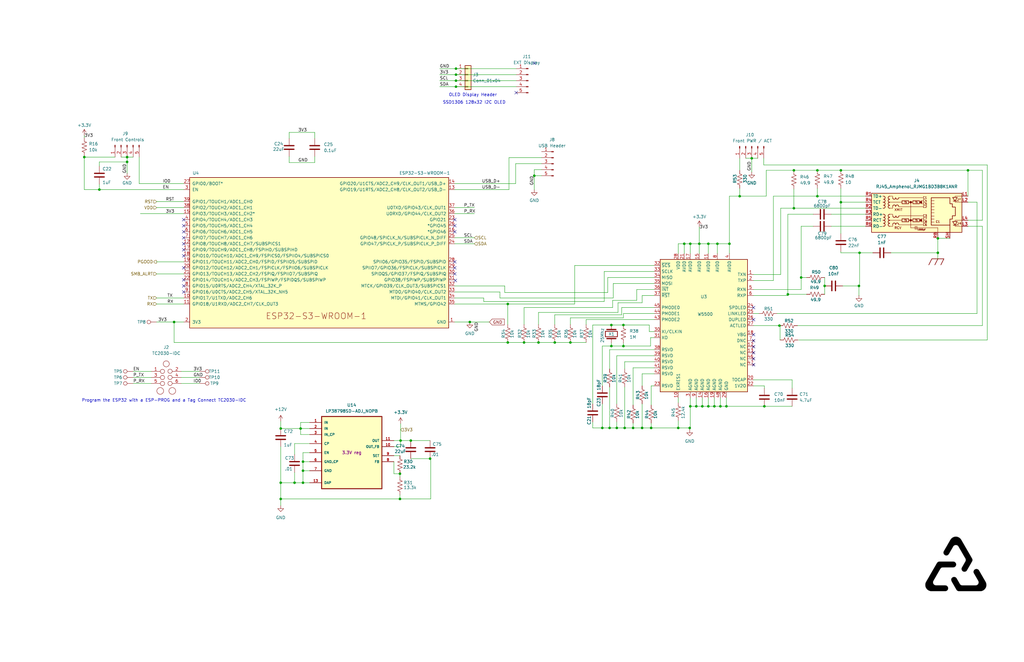
<source format=kicad_sch>
(kicad_sch (version 20250114) (generator "eeschema") (generator_version "9.0")
  (paper "B")
  (title_block (title "bitaxeGamma 605 Kit") (date "2025-12-20") (rev "605 A01") (company "Oconical") (comment 1 "12VDC  input. Larger Parts For Eductional Soldering Kit ") (comment 2 "Uses Socket 115x CPU Heat Sink") (comment 3 "Added external 5V regulator for better dissipatioin of U2") (comment 4 "Added 5V regulator to logic circuit ") (comment 5 "12V fan. Enhanced power filtering."))
  (text "Program the ESP32 with a ESP-PROG and a Tag Connect TC2030-IDC" (at 34.417 169.799 0) (effects (font (size 1.27 1.27)) (justify left bottom)))
  (text "SSD1306 128x32 I2C OLED" (at 186.69 44.069 0) (effects (font (size 1.27 1.27)) (justify left bottom)))
  (text "OLED Display Header" (at 189.23 40.894 0) (effects (font (size 1.27 1.27)) (justify left bottom)))
  (junction (at 291.084 102.87))
  (junction (at 307.594 102.87))
  (junction (at 192.278 31.496))
  (junction (at 266.954 180.594))
  (junction (at 347.726 120.65))
  (junction (at 290.83 180.594))
  (junction (at 362.458 106.68))
  (junction (at 173.228 185.928))
  (junction (at 334.772 87.884))
  (junction (at 354.584 71.882))
  (junction (at 311.912 82.804))
  (junction (at 127.762 203.708))
  (junction (at 227.076 144.526))
  (junction (at 328.676 137.414))
  (junction (at 198.12 135.89))
  (junction (at 168.656 199.898))
  (junction (at 192.278 36.576))
  (junction (at 301.244 171.45))
  (junction (at 293.624 171.45))
  (junction (at 41.91 80.01))
  (junction (at 233.934 144.526))
  (junction (at 302.514 102.87))
  (junction (at 257.048 180.594))
  (junction (at 214.122 144.526))
  (junction (at 303.784 171.45))
  (junction (at 214.122 128.27))
  (junction (at 225.298 74.168))
  (junction (at 306.324 171.45))
  (junction (at 254 180.594))
  (junction (at 263.398 180.594))
  (junction (at 220.98 144.526))
  (junction (at 118.364 203.708))
  (junction (at 334.772 71.882))
  (junction (at 53.594 68.326))
  (junction (at 291.084 171.45))
  (junction (at 395.478 100.584))
  (junction (at 257.81 137.16))
  (junction (at 408.178 71.882))
  (junction (at 240.538 144.526))
  (junction (at 127.762 198.628))
  (junction (at 298.704 171.45))
  (junction (at 118.364 180.848))
  (junction (at 294.894 102.87))
  (junction (at 337.82 117.094))
  (junction (at 168.656 210.566))
  (junction (at 127.762 194.818))
  (junction (at 288.544 102.87))
  (junction (at 181.356 193.548))
  (junction (at 126.746 180.848))
  (junction (at 53.594 66.294))
  (junction (at 298.704 102.87))
  (junction (at 257.81 146.05))
  (junction (at 73.406 135.89))
  (junction (at 286.004 180.594))
  (junction (at 118.364 210.566))
  (junction (at 168.91 185.928))
  (junction (at 270.764 180.594))
  (junction (at 332.232 124.206))
  (junction (at 354.584 85.344))
  (junction (at 344.678 71.882))
  (junction (at 192.278 34.036))
  (junction (at 316.992 66.802))
  (junction (at 296.164 171.45))
  (junction (at 124.206 203.708))
  (junction (at 35.56 66.294))
  (junction (at 262.89 137.16))
  (junction (at 362.204 120.65))
  (junction (at 260.096 180.594))
  (junction (at 395.478 106.68))
  (junction (at 262.89 146.05))
  (junction (at 274.574 180.594))
  (junction (at 192.278 28.956))
  (junction (at 344.678 82.804))
  (junction (at 322.326 171.45))
  (no_connect (at 317.754 148.844))
  (no_connect (at 77.47 95.25))
  (no_connect (at 77.47 107.95))
  (no_connect (at 191.77 110.49))
  (no_connect (at 77.47 100.33))
  (no_connect (at 317.754 141.224))
  (no_connect (at 317.754 134.874))
  (no_connect (at 191.77 97.79))
  (no_connect (at 217.678 39.116))
  (no_connect (at 191.77 95.25))
  (no_connect (at 77.47 113.03))
  (no_connect (at 77.47 97.79))
  (no_connect (at 77.47 120.65))
  (no_connect (at 77.47 105.41))
  (no_connect (at 191.77 115.57))
  (no_connect (at 317.754 151.384))
  (no_connect (at 77.47 123.19))
  (no_connect (at 77.47 102.87))
  (no_connect (at 77.47 92.71))
  (no_connect (at 317.754 153.924))
  (no_connect (at 317.754 143.764))
  (no_connect (at 225.298 26.67))
  (no_connect (at 317.754 146.304))
  (no_connect (at 191.77 113.03))
  (no_connect (at 317.754 129.794))
  (no_connect (at 191.77 92.71))
  (no_connect (at 77.47 118.11))
  (no_connect (at 192.024 118.364))
  (wire (pts (xy 362.458 106.68) (xy 368.046 106.68)))
  (wire (pts (xy 181.356 193.548) (xy 181.61 193.548)))
  (wire (pts (xy 290.83 180.594) (xy 291.084 180.594)))
  (wire (pts (xy 354.584 79.502) (xy 354.584 85.344)))
  (wire (pts (xy 274.574 178.562) (xy 274.574 180.594)))
  (wire (pts (xy 326.136 82.804) (xy 344.678 82.804)))
  (wire (pts (xy 256.286 123.444) (xy 212.852 123.444)))
  (wire (pts (xy 121.92 55.88) (xy 121.92 58.42)))
  (wire (pts (xy 168.91 185.928) (xy 173.228 185.928)))
  (wire (pts (xy 408.178 82.804) (xy 408.178 71.882)))
  (wire (pts (xy 35.56 57.15) (xy 35.56 58.166)))
  (wire (pts (xy 294.894 106.934) (xy 294.894 102.87)))
  (wire (pts (xy 191.77 128.27) (xy 214.122 128.27)))
  (wire (pts (xy 291.084 171.45) (xy 293.624 171.45)))
  (wire (pts (xy 291.084 102.87) (xy 294.894 102.87)))
  (wire (pts (xy 301.244 171.45) (xy 303.784 171.45)))
  (wire (pts (xy 337.82 95.504) (xy 342.9 95.504)))
  (wire (pts (xy 225.298 74.168) (xy 225.298 80.01)))
  (wire (pts (xy 268.478 126.746) (xy 258.318 126.746)))
  (wire (pts (xy 263.398 152.654) (xy 275.844 152.654)))
  (wire (pts (xy 118.364 188.468) (xy 118.364 203.708)))
  (wire (pts (xy 270.764 162.814) (xy 270.764 157.734)))
  (wire (pts (xy 76.454 159.258) (xy 84.074 159.258)))
  (wire (pts (xy 53.594 66.294) (xy 53.594 68.326)))
  (wire (pts (xy 260.096 150.114) (xy 275.844 150.114)))
  (wire (pts (xy 263.398 180.594) (xy 266.954 180.594)))
  (wire (pts (xy 256.286 117.094) (xy 275.844 117.094)))
  (wire (pts (xy 274.574 180.594) (xy 286.004 180.594)))
  (wire (pts (xy 294.894 102.87) (xy 298.704 102.87)))
  (wire (pts (xy 66.04 110.49) (xy 77.47 110.49)))
  (wire (pts (xy 132.715 68.58) (xy 121.92 68.58)))
  (wire (pts (xy 350.52 90.424) (xy 364.998 90.424)))
  (wire (pts (xy 51.054 66.294) (xy 53.594 66.294)))
  (wire (pts (xy 254 180.594) (xy 257.048 180.594)))
  (wire (pts (xy 311.912 82.804) (xy 311.912 79.502)))
  (wire (pts (xy 257.048 163.322) (xy 257.048 180.594)))
  (wire (pts (xy 323.088 71.882) (xy 323.088 82.804)))
  (wire (pts (xy 254 146.05) (xy 257.81 146.05)))
  (wire (pts (xy 258.572 119.634) (xy 258.572 125.73)))
  (wire (pts (xy 362.458 106.68) (xy 354.584 106.68)))
  (wire (pts (xy 329.184 115.824) (xy 329.184 87.884)))
  (wire (pts (xy 257.048 180.594) (xy 260.096 180.594)))
  (wire (pts (xy 76.454 156.718) (xy 84.074 156.718)))
  (wire (pts (xy 73.406 135.89) (xy 77.47 135.89)))
  (wire (pts (xy 337.82 122.174) (xy 317.754 122.174)))
  (wire (pts (xy 166.116 194.818) (xy 166.116 199.898)))
  (wire (pts (xy 192.278 31.496) (xy 217.678 31.496)))
  (wire (pts (xy 77.47 125.73) (xy 66.04 125.73)))
  (wire (pts (xy 73.406 144.526) (xy 214.122 144.526)))
  (wire (pts (xy 132.715 66.04) (xy 132.715 68.58)))
  (wire (pts (xy 270.764 124.714) (xy 275.844 124.714)))
  (wire (pts (xy 263.398 163.322) (xy 263.398 180.594)))
  (wire (pts (xy 262.128 132.842) (xy 233.934 132.842)))
  (wire (pts (xy 266.954 180.594) (xy 270.764 180.594)))
  (wire (pts (xy 130.556 203.708) (xy 127.762 203.708)))
  (wire (pts (xy 166.116 199.898) (xy 168.656 199.898)))
  (wire (pts (xy 260.604 131.826) (xy 227.076 131.826)))
  (wire (pts (xy 254 170.434) (xy 254 180.594)))
  (wire (pts (xy 414.274 95.504) (xy 414.274 137.414)))
  (wire (pts (xy 270.764 170.434) (xy 270.764 180.594)))
  (wire (pts (xy 242.316 128.27) (xy 242.316 112.014)))
  (wire (pts (xy 77.47 85.09) (xy 66.04 85.09)))
  (wire (pts (xy 408.178 85.344) (xy 411.988 85.344)))
  (wire (pts (xy 296.164 171.45) (xy 293.624 171.45)))
  (wire (pts (xy 214.63 66.548) (xy 214.63 80.01)))
  (wire (pts (xy 263.398 155.702) (xy 263.398 152.654)))
  (wire (pts (xy 416.306 143.51) (xy 416.306 69.596)))
  (wire (pts (xy 257.81 146.05) (xy 257.81 144.78)))
  (wire (pts (xy 249.936 137.16) (xy 257.81 137.16)))
  (wire (pts (xy 254.762 127.254) (xy 254.762 114.554)))
  (wire (pts (xy 288.544 102.87) (xy 291.084 102.87)))
  (wire (pts (xy 240.538 134.112) (xy 240.538 136.906)))
  (wire (pts (xy 306.324 171.45) (xy 303.784 171.45)))
  (wire (pts (xy 249.936 178.054) (xy 249.936 180.594)))
  (wire (pts (xy 334.772 79.756) (xy 334.772 87.884)))
  (wire (pts (xy 198.12 135.89) (xy 206.375 135.89)))
  (wire (pts (xy 293.624 167.894) (xy 293.624 171.45)))
  (wire (pts (xy 214.122 144.526) (xy 220.98 144.526)))
  (wire (pts (xy 257.048 147.574) (xy 257.048 155.702)))
  (wire (pts (xy 53.594 68.326) (xy 41.91 68.326)))
  (wire (pts (xy 247.142 134.874) (xy 275.844 134.874)))
  (wire (pts (xy 354.584 106.172) (xy 354.584 106.68)))
  (wire (pts (xy 173.228 193.548) (xy 181.356 193.548)))
  (wire (pts (xy 225.298 71.628) (xy 228.346 71.628)))
  (wire (pts (xy 290.83 181.356) (xy 290.83 180.594)))
  (wire (pts (xy 227.076 144.526) (xy 233.934 144.526)))
  (wire (pts (xy 127.762 194.818) (xy 127.762 198.628)))
  (wire (pts (xy 127.762 198.628) (xy 127.762 203.708)))
  (wire (pts (xy 192.278 36.576) (xy 217.678 36.576)))
  (wire (pts (xy 35.56 66.294) (xy 35.56 80.01)))
  (wire (pts (xy 298.704 171.45) (xy 301.244 171.45)))
  (wire (pts (xy 274.574 162.814) (xy 275.844 162.814)))
  (wire (pts (xy 203.962 125.73) (xy 203.962 127.254)))
  (wire (pts (xy 334.772 71.882) (xy 323.088 71.882)))
  (wire (pts (xy 262.89 132.334) (xy 262.89 134.112)))
  (wire (pts (xy 76.454 161.798) (xy 84.074 161.798)))
  (wire (pts (xy 118.364 180.848) (xy 126.746 180.848)))
  (wire (pts (xy 354.584 85.344) (xy 354.584 98.552)))
  (wire (pts (xy 275.844 119.634) (xy 258.572 119.634)))
  (wire (pts (xy 296.164 167.894) (xy 296.164 171.45)))
  (wire (pts (xy 256.286 123.444) (xy 256.286 117.094)))
  (wire (pts (xy 395.478 100.584) (xy 400.558 100.584)))
  (wire (pts (xy 337.82 117.094) (xy 340.106 117.094)))
  (wire (pts (xy 127.762 203.708) (xy 124.206 203.708)))
  (wire (pts (xy 126.746 180.848) (xy 130.556 180.848)))
  (wire (pts (xy 257.81 137.16) (xy 262.89 137.16)))
  (wire (pts (xy 316.992 66.802) (xy 316.992 72.644)))
  (wire (pts (xy 227.076 131.826) (xy 227.076 136.906)))
  (wire (pts (xy 233.934 132.842) (xy 233.934 136.906)))
  (wire (pts (xy 328.93 137.414) (xy 328.676 137.414)))
  (wire (pts (xy 185.42 28.956) (xy 192.278 28.956)))
  (wire (pts (xy 307.594 102.87) (xy 307.594 82.804)))
  (wire (pts (xy 225.298 71.628) (xy 225.298 74.168)))
  (wire (pts (xy 53.594 68.326) (xy 53.594 73.152)))
  (wire (pts (xy 286.004 177.546) (xy 286.004 180.594)))
  (wire (pts (xy 298.704 106.934) (xy 298.704 102.87)))
  (wire (pts (xy 240.538 144.526) (xy 247.142 144.526)))
  (wire (pts (xy 364.998 87.884) (xy 334.772 87.884)))
  (wire (pts (xy 191.77 90.17) (xy 200.025 90.17)))
  (wire (pts (xy 273.812 137.16) (xy 262.89 137.16)))
  (wire (pts (xy 48.514 66.294) (xy 35.56 66.294)))
  (wire (pts (xy 210.82 125.73) (xy 210.82 123.19)))
  (wire (pts (xy 58.674 66.294) (xy 58.674 77.47)))
  (wire (pts (xy 317.754 115.824) (xy 329.184 115.824)))
  (wire (pts (xy 35.56 80.01) (xy 41.91 80.01)))
  (wire (pts (xy 228.346 66.548) (xy 214.63 66.548)))
  (wire (pts (xy 344.678 79.502) (xy 344.678 82.804)))
  (wire (pts (xy 118.364 210.566) (xy 118.364 213.36)))
  (wire (pts (xy 77.47 128.27) (xy 66.04 128.27)))
  (wire (pts (xy 414.274 137.414) (xy 336.296 137.414)))
  (wire (pts (xy 288.544 106.934) (xy 288.544 102.87)))
  (wire (pts (xy 270.764 127.762) (xy 260.604 127.762)))
  (wire (pts (xy 56.134 161.798) (xy 63.754 161.798)))
  (wire (pts (xy 242.316 112.014) (xy 275.844 112.014)))
  (wire (pts (xy 247.142 136.906) (xy 247.142 134.874)))
  (wire (pts (xy 317.754 118.364) (xy 326.136 118.364)))
  (wire (pts (xy 328.93 143.51) (xy 328.93 137.414)))
  (wire (pts (xy 286.004 180.594) (xy 290.83 180.594)))
  (wire (pts (xy 130.556 183.388) (xy 126.746 183.388)))
  (wire (pts (xy 127.762 194.818) (xy 130.556 194.818)))
  (wire (pts (xy 414.274 92.964) (xy 414.274 71.882)))
  (wire (pts (xy 332.232 124.714) (xy 317.754 124.714)))
  (wire (pts (xy 286.004 167.894) (xy 286.004 169.926)))
  (wire (pts (xy 258.318 126.746) (xy 258.318 129.794)))
  (wire (pts (xy 191.77 102.87) (xy 200.025 102.87)))
  (wire (pts (xy 286.004 102.87) (xy 288.544 102.87)))
  (wire (pts (xy 334.01 160.274) (xy 317.754 160.274)))
  (wire (pts (xy 362.204 120.65) (xy 362.458 120.65)))
  (wire (pts (xy 395.478 100.584) (xy 395.478 106.68)))
  (wire (pts (xy 355.346 120.65) (xy 362.204 120.65)))
  (wire (pts (xy 249.936 180.594) (xy 254 180.594)))
  (wire (pts (xy 334.772 71.882) (xy 344.678 71.882)))
  (wire (pts (xy 126.746 178.308) (xy 130.556 178.308)))
  (wire (pts (xy 270.764 180.594) (xy 274.574 180.594)))
  (wire (pts (xy 332.232 124.206) (xy 332.232 124.714)))
  (wire (pts (xy 317.754 132.334) (xy 320.04 132.334)))
  (wire (pts (xy 166.116 188.468) (xy 168.91 188.468)))
  (wire (pts (xy 311.912 66.802) (xy 311.912 71.882)))
  (wire (pts (xy 347.726 117.094) (xy 347.726 120.65)))
  (wire (pts (xy 58.674 77.47) (xy 77.47 77.47)))
  (wire (pts (xy 41.91 77.724) (xy 41.91 80.01)))
  (wire (pts (xy 302.514 102.87) (xy 307.594 102.87)))
  (wire (pts (xy 268.478 122.174) (xy 268.478 126.746)))
  (wire (pts (xy 408.178 92.964) (xy 414.274 92.964)))
  (wire (pts (xy 210.82 123.19) (xy 191.77 123.19)))
  (wire (pts (xy 347.726 120.65) (xy 347.726 124.206)))
  (wire (pts (xy 273.812 139.954) (xy 273.812 137.16)))
  (wire (pts (xy 291.084 171.45) (xy 291.084 167.894)))
  (wire (pts (xy 303.784 167.894) (xy 303.784 171.45)))
  (wire (pts (xy 322.072 69.596) (xy 322.072 66.802)))
  (wire (pts (xy 185.42 34.036) (xy 192.278 34.036)))
  (wire (pts (xy 233.934 144.526) (xy 240.538 144.526)))
  (wire (pts (xy 298.704 102.87) (xy 302.514 102.87)))
  (wire (pts (xy 260.096 170.434) (xy 260.096 150.114)))
  (wire (pts (xy 344.678 82.804) (xy 364.998 82.804)))
  (wire (pts (xy 262.89 144.78) (xy 262.89 146.05)))
  (wire (pts (xy 191.77 135.89) (xy 198.12 135.89)))
  (wire (pts (xy 56.134 159.258) (xy 63.754 159.258)))
  (wire (pts (xy 41.91 68.326) (xy 41.91 70.104)))
  (wire (pts (xy 66.04 87.63) (xy 77.47 87.63)))
  (wire (pts (xy 275.844 147.574) (xy 257.048 147.574)))
  (wire (pts (xy 214.122 128.27) (xy 242.316 128.27)))
  (wire (pts (xy 326.136 82.804) (xy 326.136 118.364)))
  (wire (pts (xy 316.992 66.802) (xy 319.532 66.802)))
  (wire (pts (xy 350.52 95.504) (xy 364.998 95.504)))
  (wire (pts (xy 254 146.05) (xy 254 162.814)))
  (wire (pts (xy 337.82 117.094) (xy 337.82 122.174)))
  (wire (pts (xy 121.92 68.58) (xy 121.92 66.04)))
  (wire (pts (xy 274.32 142.494) (xy 274.32 146.05)))
  (wire (pts (xy 130.556 191.008) (xy 127.762 191.008)))
  (wire (pts (xy 59.182 90.17) (xy 77.47 90.17)))
  (wire (pts (xy 323.088 82.804) (xy 311.912 82.804)))
  (wire (pts (xy 274.574 170.942) (xy 274.574 162.814)))
  (wire (pts (xy 334.772 71.882) (xy 334.772 72.136)))
  (wire (pts (xy 411.988 132.334) (xy 411.988 85.344)))
  (wire (pts (xy 210.82 125.73) (xy 258.572 125.73)))
  (wire (pts (xy 166.116 185.928) (xy 168.91 185.928)))
  (wire (pts (xy 212.852 120.65) (xy 191.77 120.65)))
  (wire (pts (xy 166.116 192.278) (xy 168.656 192.278)))
  (wire (pts (xy 364.998 85.344) (xy 354.584 85.344)))
  (wire (pts (xy 322.326 171.45) (xy 334.01 171.45)))
  (wire (pts (xy 257.81 146.05) (xy 262.89 146.05)))
  (wire (pts (xy 275.844 142.494) (xy 274.32 142.494)))
  (wire (pts (xy 127.762 191.008) (xy 127.762 194.818)))
  (wire (pts (xy 275.844 129.794) (xy 262.128 129.794)))
  (wire (pts (xy 270.764 124.714) (xy 270.764 127.762)))
  (wire (pts (xy 41.91 80.01) (xy 77.47 80.01)))
  (wire (pts (xy 334.01 163.83) (xy 334.01 160.274)))
  (wire (pts (xy 249.936 170.434) (xy 249.936 137.16)))
  (wire (pts (xy 291.084 106.934) (xy 291.084 102.87)))
  (wire (pts (xy 375.666 106.68) (xy 395.478 106.68)))
  (wire (pts (xy 56.134 156.718) (xy 63.754 156.718)))
  (wire (pts (xy 266.954 170.942) (xy 266.954 155.194)))
  (wire (pts (xy 274.32 146.05) (xy 262.89 146.05)))
  (wire (pts (xy 73.406 135.89) (xy 73.406 144.526)))
  (wire (pts (xy 168.91 178.816) (xy 168.91 185.928)))
  (wire (pts (xy 191.77 77.47) (xy 217.424 77.47)))
  (wire (pts (xy 191.77 100.33) (xy 200.025 100.33)))
  (wire (pts (xy 217.424 69.088) (xy 217.424 77.47)))
  (wire (pts (xy 395.478 106.68) (xy 395.478 109.22)))
  (wire (pts (xy 262.89 134.112) (xy 240.538 134.112)))
  (wire (pts (xy 336.804 143.51) (xy 416.306 143.51)))
  (wire (pts (xy 286.004 106.934) (xy 286.004 102.87)))
  (wire (pts (xy 168.656 199.898) (xy 168.656 201.168)))
  (wire (pts (xy 66.04 115.57) (xy 77.47 115.57)))
  (wire (pts (xy 191.77 87.63) (xy 200.025 87.63)))
  (wire (pts (xy 126.746 183.388) (xy 126.746 180.848)))
  (wire (pts (xy 168.656 210.566) (xy 118.364 210.566)))
  (wire (pts (xy 214.122 136.906) (xy 214.122 128.27)))
  (wire (pts (xy 322.326 162.814) (xy 322.326 163.83)))
  (wire (pts (xy 416.306 69.596) (xy 322.072 69.596)))
  (wire (pts (xy 337.82 95.504) (xy 337.82 117.094)))
  (wire (pts (xy 314.452 66.802) (xy 316.992 66.802)))
  (wire (pts (xy 130.556 187.198) (xy 124.206 187.198)))
  (wire (pts (xy 124.206 187.198) (xy 124.206 191.77)))
  (wire (pts (xy 306.324 167.894) (xy 306.324 171.45)))
  (wire (pts (xy 168.91 188.468) (xy 168.91 185.928)))
  (wire (pts (xy 291.084 171.45) (xy 291.084 180.594)))
  (wire (pts (xy 298.704 171.45) (xy 296.164 171.45)))
  (wire (pts (xy 414.274 71.882) (xy 408.178 71.882)))
  (wire (pts (xy 132.715 55.88) (xy 121.92 55.88)))
  (wire (pts (xy 332.232 90.424) (xy 332.232 124.206)))
  (wire (pts (xy 173.228 185.928) (xy 181.356 185.928)))
  (wire (pts (xy 294.894 95.758) (xy 294.894 102.87)))
  (wire (pts (xy 225.298 74.168) (xy 228.346 74.168)))
  (wire (pts (xy 220.98 129.794) (xy 220.98 136.906)))
  (wire (pts (xy 126.746 180.848) (xy 126.746 178.308)))
  (wire (pts (xy 203.962 127.254) (xy 254.762 127.254)))
  (wire (pts (xy 332.232 90.424) (xy 342.9 90.424)))
  (wire (pts (xy 270.764 157.734) (xy 275.844 157.734)))
  (wire (pts (xy 302.514 106.934) (xy 302.514 102.87)))
  (wire (pts (xy 307.594 82.804) (xy 311.912 82.804)))
  (wire (pts (xy 298.704 167.894) (xy 298.704 171.45)))
  (wire (pts (xy 192.278 28.956) (xy 217.678 28.956)))
  (wire (pts (xy 217.424 69.088) (xy 228.346 69.088)))
  (wire (pts (xy 191.77 80.01) (xy 214.63 80.01)))
  (wire (pts (xy 275.844 122.174) (xy 268.478 122.174)))
  (wire (pts (xy 327.66 132.334) (xy 411.988 132.334)))
  (wire (pts (xy 260.096 180.594) (xy 263.398 180.594)))
  (wire (pts (xy 66.04 135.89) (xy 73.406 135.89)))
  (wire (pts (xy 344.678 71.882) (xy 354.584 71.882)))
  (wire (pts (xy 185.42 36.576) (xy 192.278 36.576)))
  (wire (pts (xy 132.715 58.42) (xy 132.715 55.88)))
  (wire (pts (xy 118.364 203.708) (xy 118.364 210.566)))
  (wire (pts (xy 212.852 123.444) (xy 212.852 120.65)))
  (wire (pts (xy 220.98 144.526) (xy 227.076 144.526)))
  (wire (pts (xy 185.42 31.496) (xy 192.278 31.496)))
  (wire (pts (xy 191.77 125.73) (xy 203.962 125.73)))
  (wire (pts (xy 266.954 155.194) (xy 275.844 155.194)))
  (wire (pts (xy 53.594 66.294) (xy 56.134 66.294)))
  (wire (pts (xy 306.324 171.45) (xy 322.326 171.45)))
  (wire (pts (xy 334.772 87.884) (xy 329.184 87.884)))
  (wire (pts (xy 362.458 106.68) (xy 362.458 120.65)))
  (wire (pts (xy 332.232 124.206) (xy 340.106 124.206)))
  (wire (pts (xy 118.364 203.708) (xy 124.206 203.708)))
  (wire (pts (xy 181.61 210.566) (xy 181.61 193.548)))
  (wire (pts (xy 362.204 120.65) (xy 362.204 124.714)))
  (wire (pts (xy 192.278 34.036) (xy 217.678 34.036)))
  (wire (pts (xy 354.584 71.882) (xy 408.178 71.882)))
  (wire (pts (xy 118.364 177.8) (xy 118.364 180.848)))
  (wire (pts (xy 316.992 66.802) (xy 316.992 66.548)))
  (wire (pts (xy 168.656 210.566) (xy 181.61 210.566)))
  (wire (pts (xy 35.56 65.786) (xy 35.56 66.294)))
  (wire (pts (xy 275.844 139.954) (xy 273.812 139.954)))
  (wire (pts (xy 414.274 95.504) (xy 408.178 95.504)))
  (wire (pts (xy 262.128 129.794) (xy 262.128 132.842)))
  (wire (pts (xy 258.318 129.794) (xy 220.98 129.794)))
  (wire (pts (xy 317.754 137.414) (xy 328.676 137.414)))
  (wire (pts (xy 260.096 178.054) (xy 260.096 180.594)))
  (wire (pts (xy 301.244 167.894) (xy 301.244 171.45)))
  (wire (pts (xy 260.604 127.762) (xy 260.604 131.826)))
  (wire (pts (xy 317.754 162.814) (xy 322.326 162.814)))
  (wire (pts (xy 124.206 199.39) (xy 124.206 203.708)))
  (wire (pts (xy 127.762 198.628) (xy 130.556 198.628)))
  (wire (pts (xy 275.844 132.334) (xy 262.89 132.334)))
  (wire (pts (xy 254.762 114.554) (xy 275.844 114.554)))
  (wire (pts (xy 266.954 178.562) (xy 266.954 180.594)))
  (wire (pts (xy 168.656 208.788) (xy 168.656 210.566)))
  (wire (pts (xy 307.594 106.934) (xy 307.594 102.87)))
  (image (at 401.32 237.998) (scale 0.720161))
  (label "P_RX" (at 56.134 161.798 0))
  (label "RST" (at 69.85 85.09 0))
  (label "P_TX" (at 56.134 159.258 0))
  (label "EN" (at 56.134 156.718 0))
  (label "GND" (at 185.42 28.956 0))
  (label "3V3" (at 294.894 96.774 0))
  (label "GND" (at 225.298 78.232 90))
  (label "EN" (at 68.58 80.01 0))
  (label "P_RX" (at 195.58 90.17 0))
  (label "IO0" (at 68.58 77.47 0))
  (label "GND" (at 125.73 68.58 0))
  (label "3V3" (at 66.675 135.89 0))
  (label "GND" (at 316.992 72.136 90))
  (label "USB_D-" (at 203.2 80.01 0))
  (label "SDA" (at 195.58 102.87 0))
  (label "TX" (at 70.485 125.73 0))
  (label "3V3" (at 81.534 156.718 0))
  (label "3V3" (at 69.85 90.17 0))
  (label "IO0" (at 81.534 161.798 0))
  (label "SCL" (at 195.58 100.33 0))
  (label "SCL" (at 185.42 34.036 0))
  (label "GND" (at 201.93 135.89 270))
  (label "GND" (at 53.594 73.152 90))
  (label "SDA" (at 185.42 36.576 0))
  (label "3V3" (at 125.73 55.88 0))
  (label "P_TX" (at 195.58 87.63 0))
  (label "3V3" (at 185.42 31.496 0))
  (label "USB_D+" (at 203.2 77.47 0))
  (label "GND" (at 81.534 159.258 0))
  (label "3V3" (at 35.56 58.166 0))
  (label "RX" (at 70.485 128.27 0))
  (global_label "GND" (shape input) (at 206.375 135.89 0) (property "Intersheetrefs" "${INTERSHEET_REFS}" (effects (hide yes))))
  (hierarchical_label "TX" (shape input) (at 66.04 125.73 180))
  (hierarchical_label "RX" (shape input) (at 66.04 128.27 180))
  (hierarchical_label "SCL" (shape input) (at 200.025 100.33 0))
  (hierarchical_label "RST" (shape input) (at 66.04 85.09 180))
  (hierarchical_label "SDA" (shape input) (at 200.025 102.87 0))
  (hierarchical_label "PGOOD" (shape output) (at 66.04 110.49 180))
  (hierarchical_label "SMB_ALRT" (shape input) (at 66.04 115.57 180))
  (hierarchical_label "3V3" (shape input) (at 168.91 181.356 0))
  (hierarchical_label "VDD" (shape input) (at 66.04 87.63 180))
  (symbol (lib_id "power:GND") (at 290.83 181.356 0) (unit 1)
    (property "Reference" "#PWR018" (effects (hide yes)))
    (property "Value" "GND" (at 290.83 186.182 0))
    (property "Description" "Power symbol creates a global label with name \"GND\" , ground" (effects (hide yes)))
  )
  (symbol (lib_id "Device:R_US") (at 344.678 75.692 0) (unit 1)
    (property "Reference" "R47" (at 347.218 74.4219 0) (effects (justify left)))
    (property "Value" "49.9" (at 347.218 76.9619 0) (effects (justify left)))
    (property "Footprint" "Resistor_SMD:R_0805_2012Metric_Pad1.20x1.40mm_HandSolder" (effects (hide yes)))
    (property "Description" "Resistor, US symbol" (effects (hide yes)))
    (property "DK" "TNP49.9ABCT-ND" (effects (hide yes)))
    (property "PART NO" "TNPW080549R9BEEA" (effects (hide yes)))
  )
  (symbol (lib_id "PCM_Generic:P,FB") (at 395.478 109.22 0) (unit 1)
    (property "Reference" "#PWR020" (effects (hide yes)))
    (property "Value" "P,FB" (effects (hide yes)))
    (property "Description" "functional (equipotential) bonding (FB); frame/chassis" (effects (hide yes)))
  )
  (symbol (lib_id "LP38798SD-ADJ_NOPB:LP38798SD-ADJ_NOPB") (at 148.336 191.008 0) (unit 1)
    (property "Reference" "U14" (at 148.336 170.942 0))
    (property "Value" "LP38798SD-ADJ_NOPB" (at 148.336 173.482 0))
    (property "Footprint" "bitaxe:SON50P400X400X100-13N" (effects (hide yes)))
    (property "Description" "3.3V reg" (at 148.336 191.008 0))
    (property "MF" "Texas Instruments" (effects (hide yes)))
    (property "Description_1" "800-mA, 20-V, low-noise, high-PSRR, adjustable low-dropout voltage regulator with enable" (effects (hide yes)))
    (property "Package" "WSON-12 Texas Instruments" (effects (hide yes)))
    (property "Price" "None" (effects (hide yes)))
    (property "SnapEDA_Link" "https://www.snapeda.com/parts/LP38798SD-ADJ/NOPB/Texas+Instruments/view-part/?ref=snap" (effects (hide yes)))
    (property "MP" "LP38798SD-ADJ/NOPB" (effects (hide yes)))
    (property "Availability" "In Stock" (effects (hide yes)))
    (property "Check_prices" "https://www.snapeda.com/parts/LP38798SD-ADJ/NOPB/Texas+Instruments/view-part/?ref=eda" (effects (hide yes)))
  )
  (symbol (lib_id "Connector:Conn_01x05_Pin") (at 222.758 34.036 0) (mirror y) (unit 1)
    (property "Reference" "J11" (at 222.123 23.876 0))
    (property "Value" "EXT Display" (at 222.123 26.416 0))
    (property "Footprint" "bitaxe:TE_5-146280-5" (effects (hide yes)))
    (property "Description" "Generic connector, single row, 01x05, script generated" (effects (hide yes)))
    (property "PART NO" "5-146280-5" (effects (hide yes)))
    (property "DK" "A113789-ND" (effects (hide yes)))
  )
  (symbol (lib_id "Device:C") (at 354.584 102.362 0) (unit 1)
    (property "Reference" "C76" (at 357.632 101.0919 0) (effects (justify left)))
    (property "Value" "22nF" (at 357.632 103.6319 0) (effects (justify left)))
    (property "Footprint" "Capacitor_SMD:C_0805_2012Metric_Pad1.18x1.45mm_HandSolder" (effects (hide yes)))
    (property "Description" "Unpolarized capacitor" (effects (hide yes)))
    (property "PART NO" "GMC21CG223J100NT" (effects (hide yes)))
    (property "DK" "4713-GMC21CG223J100NTCT-ND" (effects (hide yes)))
  )
  (symbol (lib_id "PCM_4ms_Power-symbol:+3.3V") (at 294.894 95.758 0) (unit 1)
    (property "Reference" "#PWR024" (effects (hide yes)))
    (property "Value" "+3.3V" (at 294.894 91.44 0))
  )
  (symbol (lib_id "Device:C") (at 346.71 90.424 90) (unit 1)
    (property "Reference" "C78" (at 346.71 85.09 90))
    (property "Value" "6800pF" (at 346.71 86.868 90))
    (property "Footprint" "Capacitor_SMD:C_0805_2012Metric_Pad1.18x1.45mm_HandSolder" (effects (hide yes)))
    (property "Description" "Unpolarized capacitor" (effects (hide yes)))
    (property "PART NO" "GMC21CG682J100NT" (effects (hide yes)))
    (property "DK" "4713-GMC21CG682J100NTCT-ND" (effects (hide yes)))
  )
  (symbol (lib_id "Interface_Ethernet:W5500") (at 291.084 137.414 0) (unit 1)
    (property "Reference" "U3" (at 295.402 125.222 0) (effects (justify left)))
    (property "Value" "W5500" (at 294.132 132.588 0) (effects (justify left)))
    (property "Footprint" "Package_QFP:LQFP-48_7x7mm_P0.5mm" (effects (hide yes)))
    (property "Datasheet" "http://wizwiki.net/wiki/lib/exe/fetch.php/products:w5500:w5500_ds_v109e.pdf" (effects (hide yes)))
    (property "Description" "10/100Mb SPI Ethernet controller with TCP/IP stack, LQFP-48" (effects (hide yes)))
  )
  (symbol (lib_id "Device:R_US") (at 257.048 159.512 180) (unit 1)
    (property "Reference" "R39" (at 255.27 161.544 90) (effects (justify right)))
    (property "Value" "10k" (at 258.826 161.544 90) (effects (justify right)))
    (property "Footprint" "Resistor_SMD:R_0805_2012Metric_Pad1.20x1.40mm_HandSolder" (effects (hide yes)))
    (property "Description" "RES 10K OHM 0.1% 0.26W 0805" (effects (hide yes)))
    (property "DK" "TNP10.0KABCT-ND" (effects (hide yes)))
    (property "PARTNO" "TNPW080510K0BEEA" (effects (hide yes)))
  )
  (symbol (lib_id "Device:R_US") (at 168.656 204.978 0) (unit 1)
    (property "Reference" "R31" (at 170.18 203.708 0) (effects (justify left)))
    (property "Value" "13.3k" (at 170.18 205.74 0) (effects (justify left)))
    (property "Footprint" "PCM_Resistor_SMD_AKL:R_0805_2012Metric" (effects (hide yes)))
    (property "Description" "Resistor, US symbol" (effects (hide yes)))
    (property "PARTNO" "TNPW080513K3BEEA" (effects (hide yes)))
    (property "DK" "541-TNPW080513K3BEEACT-ND" (effects (hide yes)))
  )
  (symbol (lib_id "Device:R_US") (at 286.004 173.736 0) (unit 1)
    (property "Reference" "R45" (at 283.972 176.022 90) (effects (justify left)))
    (property "Value" "12.4k" (at 288.036 176.784 90) (effects (justify left)))
    (property "Footprint" "Resistor_SMD:R_0805_2012Metric_Pad1.20x1.40mm_HandSolder" (effects (hide yes)))
    (property "Description" "Resistor, US symbol" (effects (hide yes)))
    (property "DK" "541-3732-1-ND" (effects (hide yes)))
    (property "PART NO" "TNPW080512K4BEEA" (effects (hide yes)))
  )
  (symbol (lib_id "Device:R_US") (at 332.486 137.414 90) (unit 1)
    (property "Reference" "R52" (at 332.74 135.382 90))
    (property "Value" "330" (at 332.74 139.7 90))
    (property "Footprint" "Resistor_SMD:R_0805_2012Metric_Pad1.20x1.40mm_HandSolder" (effects (hide yes)))
    (property "Description" "RES 330 OHM 0.1% 0.26W 0805" (effects (hide yes)))
    (property "PART NO" "TNPW0805330RBEEA" (effects (hide yes)))
    (property "DK" "541-TNPW0805330RBEEACT-ND" (effects (hide yes)))
  )
  (symbol (lib_id "Device:C") (at 121.92 62.23 0) (unit 1)
    (property "Reference" "C24" (at 115.57 60.706 0) (effects (justify left)))
    (property "Value" "22uF" (at 115.062 62.992 0) (effects (justify left)))
    (property "Footprint" "Capacitor_SMD:C_1210_3225Metric_Pad1.33x2.70mm_HandSolder" (effects (hide yes)))
    (property "Description" "Unpolarized capacitor" (effects (hide yes)))
    (property "DK" "490-5310-1-ND" (effects (hide yes)))
    (property "PARTNO" "GRM32EC81E226KE15L" (effects (hide yes)))
  )
  (symbol (lib_id "power:GND") (at 53.594 73.152 0) (unit 1)
    (property "Reference" "#PWR022" (effects (hide yes)))
    (property "Value" "GND" (at 53.594 77.216 0))
    (property "Description" "Power symbol creates a global label with name \"GND\" , ground" (effects (hide yes)))
  )
  (symbol (lib_id "Device:C") (at 346.71 95.504 90) (unit 1)
    (property "Reference" "C79" (at 346.71 98.552 90))
    (property "Value" "6800pF" (at 347.218 100.33 90))
    (property "Footprint" "Capacitor_SMD:C_0805_2012Metric_Pad1.18x1.45mm_HandSolder" (effects (hide yes)))
    (property "Description" "Unpolarized capacitor" (effects (hide yes)))
    (property "PART NO" "GMC21CG682J100NT" (effects (hide yes)))
    (property "DK" "4713-GMC21CG682J100NTCT-ND" (effects (hide yes)))
  )
  (symbol (lib_id "Device:C") (at 132.715 62.23 0) (unit 1)
    (property "Reference" "C25" (at 136.525 60.9599 0) (effects (justify left)))
    (property "Value" "0.1uF" (at 136.525 63.4999 0) (effects (justify left)))
    (property "Footprint" "Capacitor_SMD:C_1206_3216Metric_Pad1.33x1.80mm_HandSolder" (effects (hide yes)))
    (property "DK" "4713-GMC31CG104J50NTCT-ND " (effects (hide yes)))
    (property "PARTNO" "GMC31CG104J50NT" (effects (hide yes)))
  )
  (symbol (lib_id "power:GND") (at 118.364 213.36 0) (unit 1)
    (property "Reference" "#PWR015" (effects (hide yes)))
    (property "Value" "GND" (at 118.364 218.44 0))
    (property "Description" "Power symbol creates a global label with name \"GND\" , ground" (effects (hide yes)))
  )
  (symbol (lib_id "power:GND") (at 225.298 80.01 0) (unit 1)
    (property "Reference" "#PWR014" (effects (hide yes)))
    (property "Value" "GND" (at 225.298 84.582 0))
    (property "Description" "Power symbol creates a global label with name \"GND\" , ground" (effects (hide yes)))
  )
  (symbol (lib_id "Device:R_US") (at 227.076 140.716 180) (unit 1)
    (property "Reference" "R33" (at 225.298 142.748 90) (effects (justify right)))
    (property "Value" "10k" (at 228.854 142.748 90) (effects (justify right)))
    (property "Footprint" "Resistor_SMD:R_0805_2012Metric_Pad1.20x1.40mm_HandSolder" (effects (hide yes)))
    (property "Description" "RES 10K OHM 0.1% 0.26W 0805" (effects (hide yes)))
    (property "DK" "TNP10.0KABCT-ND" (effects (hide yes)))
    (property "PARTNO" "TNPW080510K0BEEA" (effects (hide yes)))
  )
  (symbol (lib_id "Connector_Generic:Conn_01x04") (at 197.358 31.496 0) (unit 1) (in_bom no)
    (property "Reference" "J3" (at 199.39 31.4959 0) (effects (justify left)))
    (property "Value" "Conn_01x04" (at 199.39 34.0359 0) (effects (justify left)))
    (property "Footprint" "bitaxe:PinHeader_1x04_P2.54mm_Vertical_shifted" (effects (hide yes)))
  )
  (symbol (lib_id "Device:R_US") (at 247.142 140.716 180) (unit 1)
    (property "Reference" "R37" (at 245.364 142.748 90) (effects (justify right)))
    (property "Value" "10k" (at 248.92 142.748 90) (effects (justify right)))
    (property "Footprint" "Resistor_SMD:R_0805_2012Metric_Pad1.20x1.40mm_HandSolder" (effects (hide yes)))
    (property "Description" "RES 10K OHM 0.1% 0.26W 0805" (effects (hide yes)))
    (property "DK" "TNP10.0KABCT-ND" (effects (hide yes)))
    (property "PARTNO" "TNPW080510K0BEEA" (effects (hide yes)))
  )
  (symbol (lib_id "Device:C") (at 249.936 174.244 0) (unit 1)
    (property "Reference" "C21" (at 248.412 179.324 90) (effects (justify left)))
    (property "Value" "18pF" (at 248.412 172.466 90) (effects (justify left)))
    (property "Footprint" "Capacitor_SMD:C_0805_2012Metric_Pad1.18x1.45mm_HandSolder" (effects (hide yes)))
    (property "Description" "Unpolarized capacitor" (effects (hide yes)))
    (property "PART NO" "GMC21CG180J50NT" (effects (hide yes)))
    (property "DK" "4713-GMC21CG180J50NTCT-ND" (effects (hide yes)))
  )
  (symbol (lib_id "Device:C") (at 181.356 189.738 0) (unit 1)
    (property "Reference" "C75" (at 182.372 187.452 0) (effects (justify left)))
    (property "Value" ".01" (at 181.864 191.77 0) (effects (justify left)))
    (property "Footprint" "Capacitor_SMD:C_0805_2012Metric_Pad1.18x1.45mm_HandSolder" (effects (hide yes)))
    (property "Datasheet" "https://calchip.com/wp-content/uploads/2025/05/GMC-Series-3.pdf" (effects (hide yes)))
    (property "Description" "Unpolarized capacitor" (effects (hide yes)))
    (property "Part Number" "4713-GMC21CG103F25NTCT-ND" (effects (hide yes)))
  )
  (symbol (lib_id "Device:R_US") (at 270.764 166.624 180) (unit 1)
    (property "Reference" "R43" (at 268.986 168.656 90) (effects (justify right)))
    (property "Value" "10k" (at 272.542 168.656 90) (effects (justify right)))
    (property "Footprint" "Resistor_SMD:R_0805_2012Metric_Pad1.20x1.40mm_HandSolder" (effects (hide yes)))
    (property "Description" "RES 10K OHM 0.1% 0.26W 0805" (effects (hide yes)))
    (property "DK" "TNP10.0KABCT-ND" (effects (hide yes)))
    (property "PARTNO" "TNPW080510K0BEEA" (effects (hide yes)))
  )
  (symbol (lib_id "Device:C") (at 371.856 106.68 90) (unit 1)
    (property "Reference" "C77" (at 371.856 99.822 90))
    (property "Value" "1nF" (at 371.856 102.362 90))
    (property "Footprint" "Capacitor_SMD:C_0805_2012Metric_Pad1.18x1.45mm_HandSolder" (effects (hide yes)))
    (property "Description" "Unpolarized capacitor" (effects (hide yes)))
    (property "PART NO" "GMC21CG102J100NT" (effects (hide yes)))
    (property "DK" "4713-GMC21CG102J100NTCT-ND" (effects (hide yes)))
  )
  (symbol (lib_id "Device:C") (at 254 166.624 0) (unit 1)
    (property "Reference" "C23" (at 252.476 171.704 90) (effects (justify left)))
    (property "Value" "18pF" (at 252.476 164.846 90) (effects (justify left)))
    (property "Footprint" "Capacitor_SMD:C_0805_2012Metric_Pad1.18x1.45mm_HandSolder" (effects (hide yes)))
    (property "Description" "Unpolarized capacitor" (effects (hide yes)))
    (property "PART NO" "GMC21CG180J50NT" (effects (hide yes)))
    (property "DK" "4713-GMC21CG180J50NTCT-ND" (effects (hide yes)))
  )
  (symbol (lib_id "Device:R_US") (at 240.538 140.716 180) (unit 1)
    (property "Reference" "R36" (at 238.76 142.748 90) (effects (justify right)))
    (property "Value" "10k" (at 242.316 142.748 90) (effects (justify right)))
    (property "Footprint" "Resistor_SMD:R_0805_2012Metric_Pad1.20x1.40mm_HandSolder" (effects (hide yes)))
    (property "Description" "RES 10K OHM 0.1% 0.26W 0805" (effects (hide yes)))
    (property "DK" "TNP10.0KABCT-ND" (effects (hide yes)))
    (property "PARTNO" "TNPW080510K0BEEA" (effects (hide yes)))
  )
  (symbol (lib_id "Device:R_US") (at 233.934 140.716 180) (unit 1)
    (property "Reference" "R35" (at 232.156 142.748 90) (effects (justify right)))
    (property "Value" "10k" (at 235.712 142.748 90) (effects (justify right)))
    (property "Footprint" "Resistor_SMD:R_0805_2012Metric_Pad1.20x1.40mm_HandSolder" (effects (hide yes)))
    (property "Description" "RES 10K OHM 0.1% 0.26W 0805" (effects (hide yes)))
    (property "DK" "TNP10.0KABCT-ND" (effects (hide yes)))
    (property "PARTNO" "TNPW080510K0BEEA" (effects (hide yes)))
  )
  (symbol (lib_id "Device:C") (at 124.206 195.58 0) (unit 1)
    (property "Reference" "C73" (at 120.142 193.294 0) (effects (justify left)))
    (property "Value" ".01" (at 120.142 197.866 0) (effects (justify left)))
    (property "Footprint" "Capacitor_SMD:C_0805_2012Metric_Pad1.18x1.45mm_HandSolder" (effects (hide yes)))
    (property "Datasheet" "https://calchip.com/wp-content/uploads/2025/05/GMC-Series-3.pdf" (effects (hide yes)))
    (property "Description" "Unpolarized capacitor" (effects (hide yes)))
    (property "Part Number" "4713-GMC21CG103F25NTCT-ND" (effects (hide yes)))
  )
  (symbol (lib_id "Device:C") (at 173.228 189.738 0) (unit 1)
    (property "Reference" "C74" (at 166.878 188.214 0) (effects (justify left)))
    (property "Value" "22uF" (at 166.37 190.5 0) (effects (justify left)))
    (property "Footprint" "Capacitor_SMD:C_1210_3225Metric_Pad1.33x2.70mm_HandSolder" (effects (hide yes)))
    (property "Description" "Unpolarized capacitor" (effects (hide yes)))
    (property "DK" "490-5310-1-ND" (effects (hide yes)))
    (property "PARTNO" "GRM32EC81E226KE15L" (effects (hide yes)))
  )
  (symbol (lib_id "Device:R_US") (at 332.74 143.51 90) (unit 1)
    (property "Reference" "R54" (at 332.994 141.478 90))
    (property "Value" "330" (at 332.994 145.796 90))
    (property "Footprint" "Resistor_SMD:R_0805_2012Metric_Pad1.20x1.40mm_HandSolder" (effects (hide yes)))
    (property "Description" "RES 330 OHM 0.1% 0.26W 0805" (effects (hide yes)))
    (property "PART NO" "TNPW0805330RBEEA" (effects (hide yes)))
    (property "DK" "541-TNPW0805330RBEEACT-ND" (effects (hide yes)))
  )
  (symbol (lib_id "Device:C") (at 334.01 167.64 0) (unit 1)
    (property "Reference" "C71" (at 337.058 166.3699 0) (effects (justify left)))
    (property "Value" "4.7uF" (at 337.058 168.9099 0) (effects (justify left)))
    (property "Footprint" "Capacitor_SMD:C_0805_2012Metric_Pad1.18x1.45mm_HandSolder" (effects (hide yes)))
    (property "Description" "Unpolarized capacitor" (effects (hide yes)))
    (property "PART NO" "CL21B475KAFNNNE" (effects (hide yes)))
    (property "DK" "1276-2969-1-ND" (effects (hide yes)))
  )
  (symbol (lib_id "PCM_4ms_Power-symbol:+3.3V") (at 35.56 57.15 0) (unit 1)
    (property "Reference" "#PWR013" (effects (hide yes)))
    (property "Value" "+3.3V" (at 35.56 52.832 0))
  )
  (symbol (lib_id "Device:R_US") (at 343.916 124.206 90) (unit 1)
    (property "Reference" "R49" (at 343.408 121.412 90))
    (property "Value" "49.9" (at 343.916 126.492 90))
    (property "Footprint" "Resistor_SMD:R_0805_2012Metric_Pad1.20x1.40mm_HandSolder" (effects (hide yes)))
    (property "Description" "Resistor, US symbol" (effects (hide yes)))
    (property "DK" "TNP49.9ABCT-ND" (effects (hide yes)))
    (property "PART NO" "TNPW080549R9BEEA" (effects (hide yes)))
  )
  (symbol (lib_id "Connector:TestPoint") (at 56.134 159.258 90) (mirror x) (unit 1) (in_bom no)
    (property "Reference" "TP6" (at 49.784 159.258 90))
    (property "Value" "TestPoint" (effects (hide yes)))
    (property "Footprint" "TestPoint:TestPoint_Pad_D1.5mm" (effects (hide yes)))
  )
  (symbol (lib_id "Connector:TestPoint") (at 84.074 161.798 270) (mirror x) (unit 1) (in_bom no)
    (property "Reference" "TP9" (at 90.424 161.798 90))
    (property "Value" "TestPoint" (effects (hide yes)))
    (property "Footprint" "TestPoint:TestPoint_Pad_D1.5mm" (effects (hide yes)))
  )
  (symbol (lib_id "Device:C") (at 118.364 184.658 0) (unit 1)
    (property "Reference" "C72" (at 119.634 182.753 0) (effects (justify left bottom)))
    (property "Value" "1uF" (at 119.634 188.468 0) (effects (justify left bottom)))
    (property "Footprint" "Capacitor_SMD:C_0805_2012Metric_Pad1.18x1.45mm_HandSolder" (effects (hide yes)))
    (property "Datasheet" "https://www.niccomp.com/wp-content/uploads/catalog/nmchc.pdf" (effects (hide yes)))
    (property "Description" "CAP SMT08051F25VDC" (effects (hide yes)))
    (property "DK" "NMC0805X7R105K25TRPLPFCT-ND" (effects (hide yes)))
    (property "PARTNO" "NMC0805X7R105K25TRPLPF" (effects (hide yes)))
  )
  (symbol (lib_id "Connector:Conn_01x05_Pin") (at 53.594 61.214 90) (mirror x) (unit 1)
    (property "Reference" "J9" (at 52.832 56.388 90))
    (property "Value" "Front Controls" (at 53.848 58.928 90))
    (property "Footprint" "bitaxe:TE_5-146280-5" (effects (hide yes)))
    (property "Description" "Generic connector, single row, 01x05, script generated" (effects (hide yes)))
    (property "PART NO" "5-146280-5" (effects (hide yes)))
    (property "DK" "A113789-ND" (effects (hide yes)))
  )
  (symbol (lib_id "Device:C") (at 322.326 167.64 0) (unit 1)
    (property "Reference" "C70" (at 326.39 166.3699 0) (effects (justify left)))
    (property "Value" "10nF" (at 326.39 168.9099 0) (effects (justify left)))
    (property "Footprint" "Capacitor_SMD:C_0805_2012Metric_Pad1.18x1.45mm_HandSolder" (effects (hide yes)))
    (property "Description" "CAP0805 COG .01UF 5% 50V" (effects (hide yes)))
    (property "PART NO" "GMC21CG103J50NT" (effects (hide yes)))
    (property "DK" "4713-GMC21CG103J50NTCT-ND " (effects (hide yes)))
  )
  (symbol (lib_id "Device:R_US") (at 334.772 75.946 0) (unit 1)
    (property "Reference" "R46" (at 337.312 74.6759 0) (effects (justify left)))
    (property "Value" "49.9" (at 337.312 77.2159 0) (effects (justify left)))
    (property "Footprint" "Resistor_SMD:R_0805_2012Metric_Pad1.20x1.40mm_HandSolder" (effects (hide yes)))
    (property "Description" "Resistor, US symbol" (effects (hide yes)))
    (property "DK" "TNP49.9ABCT-ND" (effects (hide yes)))
    (property "PART NO" "TNPW080549R9BEEA" (effects (hide yes)))
  )
  (symbol (lib_id "Device:R_US") (at 266.954 174.752 180) (unit 1)
    (property "Reference" "R42" (at 265.176 176.784 90) (effects (justify right)))
    (property "Value" "10k" (at 268.732 176.784 90) (effects (justify right)))
    (property "Footprint" "Resistor_SMD:R_0805_2012Metric_Pad1.20x1.40mm_HandSolder" (effects (hide yes)))
    (property "Description" "RES 10K OHM 0.1% 0.26W 0805" (effects (hide yes)))
    (property "DK" "TNP10.0KABCT-ND" (effects (hide yes)))
    (property "PARTNO" "TNPW080510K0BEEA" (effects (hide yes)))
  )
  (symbol (lib_id "power:GND") (at 198.12 135.89 0) (unit 1)
    (property "Reference" "#PWR025" (effects (hide yes)))
    (property "Value" "GND" (at 198.12 140.716 0))
    (property "Description" "Power symbol creates a global label with name \"GND\" , ground" (effects (hide yes)))
  )
  (symbol (lib_id "Connector:TestPoint") (at 84.074 156.718 270) (mirror x) (unit 1) (in_bom no)
    (property "Reference" "TP11" (at 90.424 156.718 90))
    (property "Value" "TestPoint" (effects (hide yes)))
    (property "Footprint" "TestPoint:TestPoint_Pad_D1.5mm" (effects (hide yes)))
  )
  (symbol (lib_id "Device:R_US") (at 343.916 117.094 90) (unit 1)
    (property "Reference" "R50" (at 344.17 114.808 90))
    (property "Value" "49.9" (at 343.916 118.872 90))
    (property "Footprint" "Resistor_SMD:R_0805_2012Metric_Pad1.20x1.40mm_HandSolder" (effects (hide yes)))
    (property "Description" "Resistor, US symbol" (effects (hide yes)))
    (property "DK" "TNP49.9ABCT-ND" (effects (hide yes)))
    (property "PART NO" "TNPW080549R9BEEA" (effects (hide yes)))
  )
  (symbol (lib_id "Device:R_US") (at 262.89 140.97 0) (unit 1)
    (property "Reference" "R38" (at 265.43 139.6999 0) (effects (justify left)))
    (property "Value" "1M" (at 265.43 142.2399 0) (effects (justify left)))
    (property "Footprint" "Resistor_SMD:R_0805_2012Metric_Pad1.20x1.40mm_HandSolder" (effects (hide yes)))
    (property "Description" "RES 1M OHM 0.1% 0.26W 0805" (effects (hide yes)))
    (property "PART NO" "TNPW08051M00BYEA" (effects (hide yes)))
    (property "DK" "541-TNPW08051M00BYEACT-ND" (effects (hide yes)))
  )
  (symbol (lib_id "bitaxe:TC2030-IDC-NL") (at 70.104 159.258 0) (unit 1) (in_bom no)
    (property "Reference" "J2" (at 70.104 146.558 0))
    (property "Value" "TC2030-IDC" (at 70.104 149.098 0))
    (property "Footprint" "bitaxe:Tag-Connect_TC2030-IDC-NL_2x03_P1.27mm_Vertical" (effects (hide yes)))
  )
  (symbol (lib_id "Connector:RJ45_Amphenol_RJMG1BD3B8K1ANR") (at 385.318 90.424 0) (unit 1)
    (property "Reference" "J4" (at 386.588 76.2 0))
    (property "Value" "RJ45_Amphenol_RJMG1BD3B8K1ANR" (at 386.588 78.74 0))
    (property "Footprint" "Connector_RJ:RJ45_Amphenol_RJMG1BD3B8K1ANR" (effects (hide yes)))
    (property "Datasheet" "https://www.amphenol-cs.com/media/wysiwyg/files/drawing/rjmg1bd3b8k1anr.pdf" (effects (hide yes)))
    (property "Description" "1 Port RJ45 Magjack Connector Through Hole 10/100 Base-T, AutoMDIX" (effects (hide yes)))
    (property "PART NO" "RJMG1BD3B8K1ANR" (effects (hide yes)))
    (property "DK" "RJMG1BD3B8K1ANR-ND" (effects (hide yes)))
  )
  (symbol (lib_id "Device:R_US") (at 168.656 196.088 0) (unit 1)
    (property "Reference" "R30" (at 170.18 194.818 0) (effects (justify left)))
    (property "Value" "23.2k" (at 169.926 197.104 0) (effects (justify left)))
    (property "Footprint" "PCM_Resistor_SMD_AKL:R_0805_2012Metric" (effects (hide yes)))
    (property "Description" "Resistor, US symbol" (effects (hide yes)))
    (property "PARTNO" "TNPW080523K2BEEN" (effects (hide yes)))
    (property "DK" "541-TNPW080523K2BEENCT-ND " (effects (hide yes)))
  )
  (symbol (lib_id "Device:R_US") (at 214.122 140.716 180) (unit 1)
    (property "Reference" "R34" (at 212.344 142.748 90) (effects (justify right)))
    (property "Value" "10k" (at 215.9 142.748 90) (effects (justify right)))
    (property "Footprint" "Resistor_SMD:R_0805_2012Metric_Pad1.20x1.40mm_HandSolder" (effects (hide yes)))
    (property "Description" "RES 10K OHM 0.1% 0.26W 0805" (effects (hide yes)))
    (property "DK" "TNP10.0KABCT-ND" (effects (hide yes)))
    (property "PARTNO" "TNPW080510K0BEEA" (effects (hide yes)))
  )
  (symbol (lib_id "Device:R_US") (at 274.574 174.752 180) (unit 1)
    (property "Reference" "R44" (at 272.796 176.784 90) (effects (justify right)))
    (property "Value" "10k" (at 276.352 176.784 90) (effects (justify right)))
    (property "Footprint" "Resistor_SMD:R_0805_2012Metric_Pad1.20x1.40mm_HandSolder" (effects (hide yes)))
    (property "Description" "RES 10K OHM 0.1% 0.26W 0805" (effects (hide yes)))
    (property "DK" "TNP10.0KABCT-ND" (effects (hide yes)))
    (property "PARTNO" "TNPW080510K0BEEA" (effects (hide yes)))
  )
  (symbol (lib_id "Device:R_US") (at 220.98 140.716 180) (unit 1)
    (property "Reference" "R32" (at 219.202 142.748 90) (effects (justify right)))
    (property "Value" "10k" (at 222.758 142.748 90) (effects (justify right)))
    (property "Footprint" "Resistor_SMD:R_0805_2012Metric_Pad1.20x1.40mm_HandSolder" (effects (hide yes)))
    (property "Description" "RES 10K OHM 0.1% 0.26W 0805" (effects (hide yes)))
    (property "DK" "TNP10.0KABCT-ND" (effects (hide yes)))
    (property "PARTNO" "TNPW080510K0BEEA" (effects (hide yes)))
  )
  (symbol (lib_id "Device:R_US") (at 260.096 174.244 180) (unit 1)
    (property "Reference" "R40" (at 258.318 176.276 90) (effects (justify right)))
    (property "Value" "10k" (at 261.874 176.276 90) (effects (justify right)))
    (property "Footprint" "Resistor_SMD:R_0805_2012Metric_Pad1.20x1.40mm_HandSolder" (effects (hide yes)))
    (property "Description" "RES 10K OHM 0.1% 0.26W 0805" (effects (hide yes)))
    (property "DK" "TNP10.0KABCT-ND" (effects (hide yes)))
    (property "PARTNO" "TNPW080510K0BEEA" (effects (hide yes)))
  )
  (symbol (lib_id "Connector:Conn_01x05_Pin") (at 316.992 61.722 90) (mirror x) (unit 1)
    (property "Reference" "J10" (at 316.23 56.896 90))
    (property "Value" "Front PWR / ACT" (at 317.246 59.436 90))
    (property "Footprint" "bitaxe:TE_5-146280-5" (effects (hide yes)))
    (property "Description" "Generic connector, single row, 01x05, script generated" (effects (hide yes)))
    (property "PART NO" "5-146280-5" (effects (hide yes)))
    (property "DK" "A113789-ND" (effects (hide yes)))
  )
  (symbol (lib_id "Device:R_US") (at 311.912 75.692 180) (unit 1)
    (property "Reference" "R53" (at 309.88 75.438 90))
    (property "Value" "330" (at 314.198 75.438 90))
    (property "Footprint" "Resistor_SMD:R_0805_2012Metric_Pad1.20x1.40mm_HandSolder" (effects (hide yes)))
    (property "Description" "RES 330 OHM 0.1% 0.26W 0805" (effects (hide yes)))
    (property "PART NO" "TNPW0805330RBEEA" (effects (hide yes)))
    (property "DK" "541-TNPW0805330RBEEACT-ND" (effects (hide yes)))
  )
  (symbol (lib_id "Device:R_US") (at 354.584 75.692 0) (unit 1)
    (property "Reference" "R48" (at 356.362 74.4219 0) (effects (justify left)))
    (property "Value" "10" (at 356.362 76.9619 0) (effects (justify left)))
    (property "Footprint" "Resistor_SMD:R_0805_2012Metric_Pad1.20x1.40mm_HandSolder" (effects (hide yes)))
    (property "Description" "Resistor, US symbol" (effects (hide yes)))
    (property "PART NO" "TNPW080510R0FEEA" (effects (hide yes)))
    (property "DK" "541-3916-1-ND" (effects (hide yes)))
  )
  (symbol (lib_id "Connector:TestPoint") (at 84.074 159.258 270) (mirror x) (unit 1) (in_bom no)
    (property "Reference" "TP10" (at 90.424 159.258 90))
    (property "Value" "TestPoint" (effects (hide yes)))
    (property "Footprint" "TestPoint:TestPoint_Pad_D1.5mm" (effects (hide yes)))
  )
  (symbol (lib_id "Device:R_US") (at 35.56 61.976 180) (unit 1)
    (property "Reference" "R16" (at 37.465 60.706 0) (effects (justify right)))
    (property "Value" "10k" (at 37.465 63.246 0) (effects (justify right)))
    (property "Footprint" "Resistor_SMD:R_0805_2012Metric_Pad1.20x1.40mm_HandSolder" (effects (hide yes)))
    (property "Description" "RES 10 KOHM 0.1% 1/8W 0805" (effects (hide yes)))
    (property "DK" "TNP10.0KABCT-ND" (effects (hide yes)))
    (property "PARTNO" "TNPW080510K0BEEA" (effects (hide yes)))
  )
  (symbol (lib_id "PCM_4ms_Power-symbol:+12V") (at 118.364 177.8 0) (unit 1)
    (property "Reference" "#PWR017" (effects (hide yes)))
    (property "Value" "+12V" (at 118.364 172.72 0))
  )
  (symbol (lib_id "PCM_4ms_Power-symbol:+3.3V") (at 168.91 178.816 0) (unit 1)
    (property "Reference" "#PWR016" (effects (hide yes)))
    (property "Value" "+3.3V" (at 168.91 173.99 0))
  )
  (symbol (lib_id "power:GND") (at 316.992 72.644 0) (unit 1)
    (property "Reference" "#PWR023" (effects (hide yes)))
    (property "Value" "GND" (at 316.992 77.216 0))
    (property "Description" "Power symbol creates a global label with name \"GND\" , ground" (effects (hide yes)))
  )
  (symbol (lib_id "Connector:Conn_01x05_Pin") (at 233.426 69.088 0) (mirror y) (unit 1)
    (property "Reference" "J8" (at 232.791 58.928 0))
    (property "Value" "USB Header" (at 232.791 61.468 0))
    (property "Footprint" "bitaxe:TE_5-146280-5" (effects (hide yes)))
    (property "Description" "Generic connector, single row, 01x05, script generated" (effects (hide yes)))
    (property "PART NO" "5-146280-5" (effects (hide yes)))
    (property "DK" "A113789-ND" (effects (hide yes)))
  )
  (symbol (lib_id "Device:R_US") (at 323.85 132.334 90) (unit 1)
    (property "Reference" "R51" (at 324.104 130.302 90))
    (property "Value" "330" (at 324.104 134.62 90))
    (property "Footprint" "Resistor_SMD:R_0805_2012Metric_Pad1.20x1.40mm_HandSolder" (effects (hide yes)))
    (property "Description" "RES 330 OHM 0.1% 0.26W 0805" (effects (hide yes)))
    (property "PART NO" "TNPW0805330RBEEA" (effects (hide yes)))
    (property "DK" "541-TNPW0805330RBEEACT-ND" (effects (hide yes)))
  )
  (symbol (lib_id "Device:R_US") (at 263.398 159.512 180) (unit 1)
    (property "Reference" "R41" (at 261.62 161.544 90) (effects (justify right)))
    (property "Value" "10k" (at 265.176 161.544 90) (effects (justify right)))
    (property "Footprint" "Resistor_SMD:R_0805_2012Metric_Pad1.20x1.40mm_HandSolder" (effects (hide yes)))
    (property "Description" "RES 10K OHM 0.1% 0.26W 0805" (effects (hide yes)))
    (property "DK" "TNP10.0KABCT-ND" (effects (hide yes)))
    (property "PARTNO" "TNPW080510K0BEEA" (effects (hide yes)))
  )
  (symbol (lib_id "Connector:TestPoint") (at 66.04 135.89 90) (mirror x) (unit 1) (in_bom no)
    (property "Reference" "TP8" (at 59.69 135.89 90))
    (property "Value" "TestPoint" (effects (hide yes)))
    (property "Footprint" "TestPoint:TestPoint_Pad_D1.5mm" (effects (hide yes)))
  )
  (symbol (lib_id "Connector:TestPoint") (at 56.134 156.718 90) (mirror x) (unit 1) (in_bom no)
    (property "Reference" "TP5" (at 49.784 156.718 90))
    (property "Value" "TestPoint" (effects (hide yes)))
    (property "Footprint" "TestPoint:TestPoint_Pad_D1.5mm" (effects (hide yes)))
  )
  (symbol (lib_id "power:GND") (at 362.204 124.714 0) (unit 1)
    (property "Reference" "#PWR019" (effects (hide yes)))
    (property "Value" "GND" (at 362.204 129.032 0))
    (property "Description" "Power symbol creates a global label with name \"GND\" , ground" (effects (hide yes)))
  )
  (symbol (lib_id "Device:C") (at 41.91 73.914 0) (unit 1)
    (property "Reference" "C22" (at 43.18 72.009 0) (effects (justify left bottom)))
    (property "Value" "1uF" (at 43.18 77.724 0) (effects (justify left bottom)))
    (property "Footprint" "Capacitor_SMD:C_0805_2012Metric_Pad1.18x1.45mm_HandSolder" (effects (hide yes)))
    (property "Datasheet" "https://www.niccomp.com/wp-content/uploads/catalog/nmchc.pdf" (effects (hide yes)))
    (property "Description" "CAP SMT08051F25VDC" (effects (hide yes)))
    (property "DK" "NMC0805X7R105K25TRPLPFCT-ND" (effects (hide yes)))
    (property "PARTNO" "NMC0805X7R105K25TRPLPF" (effects (hide yes)))
  )
  (symbol (lib_id "PCM_Crystal_AKL:SMD7050-2") (at 257.81 140.97 90) (unit 1)
    (property "Reference" "X1" (at 256.54 140.97 90) (effects (justify right)))
    (property "Value" "25Mhz" (at 254 138.43 0) (effects (justify right)))
    (property "Footprint" "PCM_Crystal_AKL:Crystal_SMD_7050-2Pin_7.0x5.0mm" (effects (hide yes)))
    (property "Description" "SMD Quartz crystal, 7.0mm x 5.0mm, Alternate KiCad Library" (effects (hide yes)))
  )
  (symbol (lib_id "Connector:TestPoint") (at 56.134 161.798 90) (mirror x) (unit 1) (in_bom no)
    (property "Reference" "TP7" (at 49.784 161.798 90))
    (property "Value" "TestPoint" (effects (hide yes)))
    (property "Footprint" "TestPoint:TestPoint_Pad_D1.5mm" (effects (hide yes)))
  )
  (symbol (lib_id "bitaxe:ESP32-S3-WROOM-1") (at 133.35 107.95 0) (unit 1)
    (property "Reference" "U4" (at 82.55 73.025 0))
    (property "Value" "ESP32-S3-WROOM-1" (at 179.07 73.025 0))
    (property "Footprint" "bitaxe:ESP32-S3-WROOM-1" (effects (hide yes)))
    (property "Datasheet" "https://www.espressif.com/sites/default/files/documentation/esp32-s3-wroom-1_wroom-1u_datasheet_en.pdf" (effects (hide yes)))
    (property "DK" "1965-ESP32-S3-WROOM-1-N16R8CT-ND" (effects (hide yes)))
    (property "PARTNO" "ESP32-S3-WROOM-1-N16R8" (effects (hide yes)))
  )
  (symbol (lib_id "Device:C") (at 351.536 120.65 90) (unit 1)
    (property "Reference" "C80" (at 351.536 113.03 90))
    (property "Value" "10nF" (at 351.536 115.57 90))
    (property "Footprint" "Capacitor_SMD:C_0805_2012Metric_Pad1.18x1.45mm_HandSolder" (effects (hide yes)))
    (property "Description" "Unpolarized capacitor" (effects (hide yes)))
    (property "PART NO" "GMC21CG102J100NT" (effects (hide yes)))
    (property "DK" "4713-GMC21CG102J100NTCT-ND" (effects (hide yes)))
  )
)
</source>
